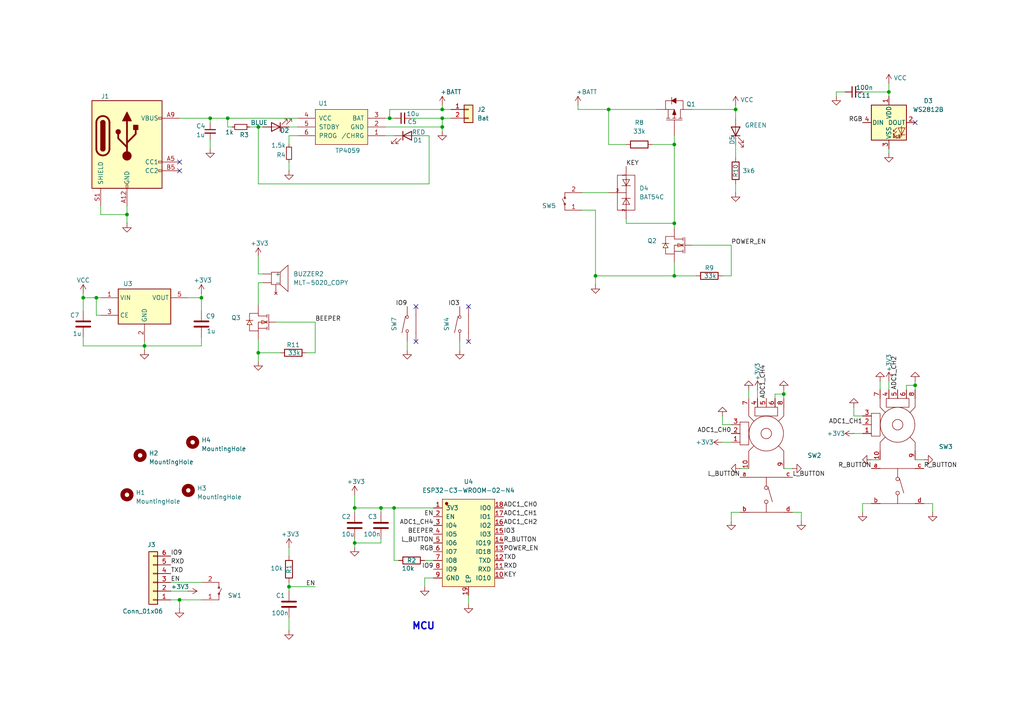
<source format=kicad_sch>
(kicad_sch (version 20231120) (generator "eeschema") (generator_version "8.0")
  (paper "A4")
  (lib_symbols
    (symbol "Connector:USB_C_Receptacle_PowerOnly_6P" (pin_names (offset 1.016))
      (property "Reference" "J" (at 0 16.51 0))
      (property "Value" "USB_C_Receptacle_PowerOnly_6P" (at 0 13.97 0))
      (symbol "USB_C_Receptacle_PowerOnly_6P_1_1"
        (pin passive line (at 0 -17.78 90) (length 5.08) (name "GND") (number "A12"))
        (pin bidirectional line (at 15.24 -5.08 180) (length 5.08) (name "CC1") (number "A5"))
        (pin passive line (at 15.24 7.62 180) (length 5.08) (name "VBUS") (number "A9"))
        (pin passive line (at 0 -17.78 90) (length 5.08) hide (name "GND") (number "B12"))
        (pin bidirectional line (at 15.24 -7.62 180) (length 5.08) (name "CC2") (number "B5"))
        (pin passive line (at 15.24 7.62 180) (length 5.08) hide (name "VBUS") (number "B9"))
        (pin passive line (at -7.62 -17.78 90) (length 5.08) (name "SHIELD") (number "S1"))
      )
    )
    (symbol "Connector_Generic:Conn_01x02" (pin_names (offset 1.016) hide)
      (property "Reference" "J" (at 0 2.54 0))
      (property "Value" "Conn_01x02" (at 0 -5.08 0))
      (symbol "Conn_01x02_1_1"
        (pin passive line (at -5.08 0 0) (length 3.81) (name "Pin_1") (number "1"))
        (pin passive line (at -5.08 -2.54 0) (length 3.81) (name "Pin_2") (number "2"))
      )
    )
    (symbol "Connector_Generic:Conn_01x06" (pin_names (offset 1.016) hide)
      (property "Reference" "J" (at 0 7.62 0))
      (property "Value" "Conn_01x06" (at 0 -10.16 0))
      (symbol "Conn_01x06_1_1"
        (pin passive line (at -5.08 5.08 0) (length 3.81) (name "Pin_1") (number "1"))
        (pin passive line (at -5.08 2.54 0) (length 3.81) (name "Pin_2") (number "2"))
        (pin passive line (at -5.08 0 0) (length 3.81) (name "Pin_3") (number "3"))
        (pin passive line (at -5.08 -2.54 0) (length 3.81) (name "Pin_4") (number "4"))
        (pin passive line (at -5.08 -5.08 0) (length 3.81) (name "Pin_5") (number "5"))
        (pin passive line (at -5.08 -7.62 0) (length 3.81) (name "Pin_6") (number "6"))
      )
    )
    (symbol "Device:C" (pin_numbers hide) (pin_names (offset 0.254))
      (property "Reference" "C" (at 0.635 2.54 0))
      (property "Value" "C" (at 0.635 -2.54 0))
      (symbol "C_1_1"
        (pin passive line (at 0 3.81 270) (length 2.794) (name "~") (number "1"))
        (pin passive line (at 0 -3.81 90) (length 2.794) (name "~") (number "2"))
      )
    )
    (symbol "Device:C_Small" (pin_numbers hide) (pin_names (offset 0.254) hide)
      (property "Reference" "C" (at 0.254 1.778 0))
      (property "Value" "C_Small" (at 0.254 -2.032 0))
      (symbol "C_Small_1_1"
        (pin passive line (at 0 2.54 270) (length 2.032) (name "~") (number "1"))
        (pin passive line (at 0 -2.54 90) (length 2.032) (name "~") (number "2"))
      )
    )
    (symbol "Device:LED" (pin_numbers hide) (pin_names (offset 1.016) hide)
      (property "Reference" "D" (at 0 2.54 0))
      (property "Value" "LED" (at 0 -2.54 0))
      (symbol "LED_1_1"
        (pin passive line (at -3.81 0 0) (length 2.54) (name "K") (number "1"))
        (pin passive line (at 3.81 0 180) (length 2.54) (name "A") (number "2"))
      )
    )
    (symbol "Device:R" (pin_numbers hide) (pin_names (offset 0))
      (property "Reference" "R" (at 2.032 0 90))
      (property "Value" "R" (at 0 0 90))
      (symbol "R_1_1"
        (pin passive line (at 0 3.81 270) (length 1.27) (name "~") (number "1"))
        (pin passive line (at 0 -3.81 90) (length 1.27) (name "~") (number "2"))
      )
    )
    (symbol "Device:R_Small" (pin_numbers hide) (pin_names (offset 0.254) hide)
      (property "Reference" "R" (at 0.762 0.508 0))
      (property "Value" "R_Small" (at 0.762 -1.016 0))
      (symbol "R_Small_1_1"
        (pin passive line (at 0 2.54 270) (length 0.762) (name "~") (number "1"))
        (pin passive line (at 0 -2.54 90) (length 0.762) (name "~") (number "2"))
      )
    )
    (symbol "LED:WS2812B" (pin_names (offset 0.254))
      (property "Reference" "D" (at 5.08 5.715 0))
      (property "Value" "WS2812B" (at 1.27 -5.715 0))
      (symbol "WS2812B_0_0"
        (text "RGB" (at 2.286 -4.191 0) (effects (font (size 0.762 0.762))))
      )
      (symbol "WS2812B_1_1"
        (pin power_in line (at 0 7.62 270) (length 2.54) (name "VDD") (number "1"))
        (pin output line (at 7.62 0 180) (length 2.54) (name "DOUT") (number "2"))
        (pin power_in line (at 0 -7.62 90) (length 2.54) (name "VSS") (number "3"))
        (pin input line (at -7.62 0 0) (length 2.54) (name "DIN") (number "4"))
      )
    )
    (symbol "MLT-5020_COPY_1" (pin_numbers hide) (pin_names (offset 1.016))
      (property "Reference" "BUZZER" (at 0 6.35 0))
      (property "Value" "MLT-5020_COPY" (at 0 11.43 0))
      (symbol "MLT-5020_COPY_1_1_1"
        (pin input line (at -3.81 1.27 0) (length 2.54) (name "+") (number "1"))
        (pin input line (at -3.81 -1.27 0) (length 2.54) (name "-") (number "2"))
        (pin no_connect line (at 0.0213 -4.3559 90) (length 2.54) (name "") (number "3"))
      )
    )
    (symbol "Mechanical:MountingHole" (pin_names (offset 1.016))
      (property "Reference" "H" (at 0 5.08 0))
      (property "Value" "MountingHole" (at 0 3.175 0))
    )
    (symbol "Regulator_Linear:XC6220B331MR"
      (property "Reference" "U" (at 0 8.89 0))
      (property "Value" "XC6220B331MR" (at 0 6.35 0))
      (symbol "XC6220B331MR_1_1"
        (pin power_in line (at -12.7 2.54 0) (length 5.08) (name "VIN") (number "1"))
        (pin power_in line (at 0 -10.16 90) (length 5.08) (name "GND") (number "2"))
        (pin input line (at -12.7 -2.54 0) (length 5.08) (name "CE") (number "3"))
        (pin no_connect line (at 7.62 -2.54 180) (length 5.08) hide (name "NC") (number "4"))
        (pin power_out line (at 12.7 2.54 180) (length 5.08) (name "VOUT") (number "5"))
      )
    )
    (symbol "bat_rf:AO3401" (pin_numbers hide) (pin_names (offset 1.016) hide)
      (property "Reference" "Q" (at 0 8.001 0))
      (property "Value" "AO3401" (at 0 13.081 0))
      (symbol "AO3401_1_1"
        (pin input line (at -5.08 0 0) (length 2.54) (name "G") (number "1"))
        (pin input line (at 2.54 -5.08 90) (length 2.54) (name "S") (number "2"))
        (pin input line (at 2.54 5.08 270) (length 2.54) (name "D") (number "3"))
      )
    )
    (symbol "bat_rf:AllPower__AP2300" (pin_numbers hide) (pin_names (offset 1.016) hide)
      (property "Reference" "Q" (at 0 7.874 0))
      (property "Value" "AllPower__AP2300" (at 0 12.954 0))
      (symbol "AllPower__AP2300_1_1"
        (pin input line (at -5.08 0 0) (length 2.032) (name "G") (number "1"))
        (pin input line (at 0 -5.08 90) (length 2.54) (name "S") (number "2"))
        (pin input line (at 0 5.08 270) (length 2.54) (name "D") (number "3"))
      )
    )
    (symbol "bat_rf:BAT54C" (pin_names (offset 1.016) hide)
      (property "Reference" "D" (at 0 5.08 0))
      (property "Value" "BAT54C" (at 0 10.16 0))
      (symbol "BAT54C_1_1"
        (pin input line (at -7.62 0 0) (length 5.08) (name "A") (number "1"))
        (pin input line (at 7.62 0 180) (length 5.08) (name "A") (number "2"))
        (pin input line (at 0 -5.08 90) (length 5.08) (name "C") (number "3"))
      )
    )
    (symbol "espController:ESP32-C3-WROOM-02-N4" (pin_names (offset 1.016))
      (property "Reference" "U" (at 0 16.5862 0))
      (property "Value" "ESP32-C3-WROOM-02-N4" (at 0 21.6662 0))
      (symbol "ESP32-C3-WROOM-02-N4_1_1"
        (pin input line (at -10.16 11.43 0) (length 2.54) (name "3V3") (number "1"))
        (pin input line (at 10.16 -8.89 180) (length 2.54) (name "IO10") (number "10"))
        (pin input line (at 10.16 -6.35 180) (length 2.54) (name "RXD") (number "11"))
        (pin input line (at 10.16 -3.81 180) (length 2.54) (name "TXD") (number "12"))
        (pin input line (at 10.16 -1.27 180) (length 2.54) (name "IO18") (number "13"))
        (pin input line (at 10.16 1.27 180) (length 2.54) (name "IO19") (number "14"))
        (pin input line (at 10.16 3.81 180) (length 2.54) (name "IO3") (number "15"))
        (pin input line (at 10.16 6.35 180) (length 2.54) (name "IO2") (number "16"))
        (pin input line (at 10.16 8.89 180) (length 2.54) (name "IO1") (number "17"))
        (pin input line (at 10.16 11.43 180) (length 2.54) (name "IO0") (number "18"))
        (pin input line (at 0 -13.97 90) (length 2.54) (name "EP") (number "19"))
        (pin input line (at -10.16 8.89 0) (length 2.54) (name "EN") (number "2"))
        (pin input line (at -10.16 6.35 0) (length 2.54) (name "IO4") (number "3"))
        (pin input line (at -10.16 3.81 0) (length 2.54) (name "IO5") (number "4"))
        (pin input line (at -10.16 1.27 0) (length 2.54) (name "IO6") (number "5"))
        (pin input line (at -10.16 -1.27 0) (length 2.54) (name "IO7") (number "6"))
        (pin input line (at -10.16 -3.81 0) (length 2.54) (name "IO8") (number "7"))
        (pin input line (at -10.16 -6.35 0) (length 2.54) (name "IO9") (number "8"))
        (pin input line (at -10.16 -8.89 0) (length 2.54) (name "GND") (number "9"))
      )
    )
    (symbol "espController:RKJXV1224005" (pin_names (offset 1.016) hide)
      (property "Reference" "SW" (at 0 19.558 0))
      (property "Value" "RKJXV1224005" (at 0 24.638 0))
      (symbol "RKJXV1224005_1_1"
        (pin input line (at -8.89 3.81 0) (length 2.54) (name "B") (number "1"))
        (pin input line (at -3.81 -3.81 90) (length 2.54) (name "GND") (number "10"))
        (pin input line (at -8.89 6.35 0) (length 2.54) (name "DTA") (number "2"))
        (pin input line (at -8.89 8.89 0) (length 2.54) (name "A") (number "3"))
        (pin input line (at -1.27 16.51 270) (length 2.54) (name "A") (number "4"))
        (pin input line (at 1.27 16.51 270) (length 2.54) (name "DTA") (number "5"))
        (pin input line (at 3.81 16.51 270) (length 2.54) (name "B") (number "6"))
        (pin input line (at -3.81 16.51 270) (length 2.54) (name "GND") (number "7"))
        (pin input line (at 6.35 16.51 270) (length 2.54) (name "GND") (number "8"))
        (pin input line (at 6.35 -3.81 90) (length 2.54) (name "GND") (number "9"))
        (pin input line (at -6.35 -6.35 0) (length 2.54) (name "a") (number "a"))
        (pin input line (at -6.35 -16.51 0) (length 2.54) (name "b") (number "b"))
        (pin input line (at 8.89 -6.35 180) (length 2.54) (name "c") (number "c"))
        (pin input line (at 8.89 -16.51 180) (length 2.54) (name "d") (number "d"))
      )
    )
    (symbol "espController:TC-1102N-C-AS-B" (pin_numbers hide) (pin_names (offset 1.016) hide)
      (property "Reference" "SW" (at 0 4.064 0))
      (property "Value" "TC-1102N-C-AS-B" (at 0 9.144 0))
      (symbol "TC-1102N-C-AS-B_1_1"
        (pin input line (at -5.08 0 0) (length 2.54) (name "1") (number "1"))
        (pin input line (at 5.08 0 180) (length 2.54) (name "2") (number "2"))
        (pin input line (at 5.08 -2.54 180) (length 2.54) (name "3") (number "3"))
        (pin input line (at -5.08 -2.54 0) (length 2.54) (name "4") (number "4"))
      )
    )
    (symbol "espController:TP4059" (pin_names (offset 1.016))
      (property "Reference" "U" (at 0 7.747 0))
      (property "Value" "TP4059" (at 0 12.827 0))
      (symbol "TP4059_1_1"
        (pin input line (at -12.7 2.54 0) (length 5.08) (name "/CHRG") (number "1"))
        (pin input line (at -12.7 0 0) (length 5.08) (name "GND") (number "2"))
        (pin input line (at -12.7 -2.54 0) (length 5.08) (name "BAT") (number "3"))
        (pin input line (at 12.7 -2.54 180) (length 5.08) (name "VCC") (number "4"))
        (pin input line (at 12.7 0 180) (length 5.08) (name "STDBY") (number "5"))
        (pin input line (at 12.7 2.54 180) (length 5.08) (name "PROG") (number "6"))
      )
    )
    (symbol "espController:TS-1199A-B-B" (pin_names (offset 1.016) hide)
      (property "Reference" "SW" (at 0 7.747 0))
      (property "Value" "TS-1199A-B-B" (at 0 12.827 0))
      (symbol "TS-1199A-B-B_1_1"
        (pin input line (at -5.08 2.54 0) (length 5.08) (name "1") (number "1"))
        (pin input line (at -5.08 -2.54 0) (length 5.08) (name "2") (number "2"))
      )
    )
    (symbol "power:+3V3" (power) (pin_numbers hide) (pin_names (offset 0) hide)
      (property "Value" "+3V3" (at 0 3.556 0))
      (symbol "+3V3_1_1"
        (pin power_in line (at 0 0 90) (length 0) (name "~") (number "1"))
      )
    )
    (symbol "power:+BATT" (power) (pin_names (offset 0))
      (property "Value" "+BATT" (at 0 3.556 0))
      (symbol "+BATT_1_1"
        (pin power_in line (at 0 0 90) (length 0) hide (name "+BATT") (number "1"))
      )
    )
    (symbol "power:GND" (power) (pin_numbers hide) (pin_names (offset 0) hide)
      (property "Value" "GND" (at 0 -3.81 0))
      (symbol "GND_1_1"
        (pin power_in line (at 0 0 270) (length 0) (name "~") (number "1"))
      )
    )
    (symbol "power:VCC" (power) (pin_numbers hide) (pin_names (offset 0) hide)
      (property "Value" "VCC" (at 0 3.556 0))
      (symbol "VCC_1_1"
        (pin power_in line (at 0 0 90) (length 0) (name "~") (number "1"))
      )
    )
  )
  (junction (at 128.27 34.29))
  (junction (at 265.43 111.76))
  (junction (at 60.96 34.29))
  (junction (at 41.91 100.33))
  (junction (at 114.3 147.32))
  (junction (at 195.58 64.77))
  (junction (at 195.58 41.91))
  (junction (at 24.13 86.36))
  (junction (at 227.33 114.3))
  (junction (at 52.07 173.99))
  (junction (at 102.87 147.32))
  (junction (at 102.87 157.48))
  (junction (at 110.49 147.32))
  (junction (at 113.03 34.29))
  (junction (at 27.94 86.36))
  (junction (at 83.82 170.18))
  (junction (at 74.93 36.83))
  (junction (at 257.81 26.67))
  (junction (at 66.04 34.29))
  (junction (at 172.72 80.01))
  (junction (at 195.58 80.01))
  (junction (at 213.36 31.75))
  (junction (at 58.42 86.36))
  (junction (at 128.27 36.83))
  (junction (at 36.83 62.23))
  (junction (at 176.53 31.75))
  (junction (at 74.9087 102.3241))
  (junction (at 128.27 31.75))
  (no_connect (at 52.07 46.99))
  (no_connect (at 265.43 35.56))
  (no_connect (at 52.07 49.53))
  (no_connect (at 120.65 88.9))
  (no_connect (at 135.89 99.06))
  (no_connect (at 120.65 99.06))
  (no_connect (at 135.89 88.9))
  (wire (pts (xy 212.09 148.59) (xy 212.09 151.13)))
  (wire (pts (xy 29.21 62.23) (xy 36.83 62.23)))
  (wire (pts (xy 255.27 133.35) (xy 252.73 133.35)))
  (wire (pts (xy 195.58 41.91) (xy 189.23 41.91)))
  (wire (pts (xy 257.81 26.67) (xy 250.19 26.67)))
  (wire (pts (xy 52.07 173.99) (xy 58.42 173.99)))
  (wire (pts (xy 27.94 91.44) (xy 27.94 86.36)))
  (wire (pts (xy 257.81 110.49) (xy 257.81 113.03)))
  (wire (pts (xy 257.81 43.18) (xy 257.81 44.45)))
  (wire (pts (xy 133.35 99.06) (xy 133.35 101.6)))
  (wire (pts (xy 36.83 62.23) (xy 36.83 64.77)))
  (wire (pts (xy 247.65 120.65) (xy 247.65 118.11)))
  (wire (pts (xy 209.55 123.19) (xy 212.09 123.19)))
  (wire (pts (xy 119.38 34.29) (xy 128.27 34.29)))
  (wire (pts (xy 49.53 168.91) (xy 58.42 168.91)))
  (wire (pts (xy 24.13 97.79) (xy 24.13 100.33)))
  (wire (pts (xy 52.07 34.29) (xy 60.96 34.29)))
  (wire (pts (xy 58.42 86.36) (xy 58.42 90.17)))
  (wire (pts (xy 113.03 31.75) (xy 113.03 34.29)))
  (wire (pts (xy 172.72 80.01) (xy 172.72 82.55)))
  (wire (pts (xy 250.19 146.05) (xy 252.73 146.05)))
  (wire (pts (xy 111.76 39.37) (xy 114.3 39.37)))
  (wire (pts (xy 242.57 26.67) (xy 245.11 26.67)))
  (wire (pts (xy 41.91 100.33) (xy 58.42 100.33)))
  (wire (pts (xy 83.82 170.18) (xy 83.82 171.45)))
  (wire (pts (xy 213.36 31.75) (xy 213.36 34.29)))
  (wire (pts (xy 130.81 31.75) (xy 128.27 31.75)))
  (wire (pts (xy 229.87 148.59) (xy 232.41 148.59)))
  (wire (pts (xy 176.53 31.75) (xy 167.64 31.75)))
  (wire (pts (xy 24.13 100.33) (xy 41.91 100.33)))
  (wire (pts (xy 172.72 60.96) (xy 168.91 60.96)))
  (wire (pts (xy 128.27 34.29) (xy 128.27 36.83)))
  (wire (pts (xy 213.36 31.75) (xy 213.36 30.48)))
  (wire (pts (xy 74.9087 102.3241) (xy 81.2587 102.3241)))
  (wire (pts (xy 58.42 97.79) (xy 58.42 100.33)))
  (wire (pts (xy 83.82 36.83) (xy 86.36 36.83)))
  (wire (pts (xy 195.58 39.37) (xy 195.58 41.91)))
  (wire (pts (xy 172.72 80.01) (xy 195.58 80.01)))
  (wire (pts (xy 58.42 85.09) (xy 58.42 86.36)))
  (wire (pts (xy 195.58 76.2) (xy 195.58 80.01)))
  (wire (pts (xy 176.53 41.91) (xy 176.53 31.75)))
  (wire (pts (xy 190.5 31.75) (xy 176.53 31.75)))
  (wire (pts (xy 54.61 86.36) (xy 58.42 86.36)))
  (wire (pts (xy 247.65 125.73) (xy 250.19 125.73)))
  (wire (pts (xy 76.1787 82.0041) (xy 74.9087 82.0041)))
  (wire (pts (xy 74.93 36.83) (xy 76.2 36.83)))
  (wire (pts (xy 72.39 36.83) (xy 74.93 36.83)))
  (wire (pts (xy 212.09 148.59) (xy 214.63 148.59)))
  (wire (pts (xy 270.51 146.05) (xy 270.51 148.59)))
  (wire (pts (xy 88.8787 102.3241) (xy 91.4187 102.3241)))
  (wire (pts (xy 27.94 91.44) (xy 29.21 91.44)))
  (wire (pts (xy 262.89 111.76) (xy 265.43 111.76)))
  (wire (pts (xy 242.57 26.67) (xy 242.57 27.94)))
  (wire (pts (xy 181.61 63.5) (xy 181.61 64.77)))
  (wire (pts (xy 24.13 85.09) (xy 24.13 86.36)))
  (wire (pts (xy 200.66 31.75) (xy 213.36 31.75)))
  (wire (pts (xy 257.81 24.13) (xy 257.81 26.67)))
  (wire (pts (xy 111.76 36.83) (xy 128.27 36.83)))
  (wire (pts (xy 110.49 157.48) (xy 102.87 157.48)))
  (wire (pts (xy 195.58 80.01) (xy 201.93 80.01)))
  (wire (pts (xy 83.82 158.75) (xy 83.82 161.29)))
  (wire (pts (xy 213.36 41.91) (xy 213.36 45.72)))
  (wire (pts (xy 27.94 86.36) (xy 29.21 86.36)))
  (wire (pts (xy 60.96 34.29) (xy 66.04 34.29)))
  (wire (pts (xy 102.87 156.21) (xy 102.87 157.48)))
  (wire (pts (xy 209.55 128.27) (xy 212.09 128.27)))
  (wire (pts (xy 212.09 80.01) (xy 212.09 71.12)))
  (wire (pts (xy 83.82 179.07) (xy 83.82 182.88)))
  (wire (pts (xy 227.33 114.3) (xy 227.33 113.03)))
  (wire (pts (xy 60.96 40.64) (xy 60.96 43.18)))
  (wire (pts (xy 83.82 46.99) (xy 83.82 49.53)))
  (wire (pts (xy 123.19 162.56) (xy 125.73 162.56)))
  (wire (pts (xy 227.33 135.89) (xy 229.87 135.89)))
  (wire (pts (xy 74.93 53.34) (xy 74.93 36.83)))
  (wire (pts (xy 167.64 30.48) (xy 167.64 31.75)))
  (wire (pts (xy 195.58 64.77) (xy 195.58 66.04)))
  (wire (pts (xy 224.79 114.3) (xy 227.33 114.3)))
  (wire (pts (xy 60.96 34.29) (xy 60.96 35.56)))
  (wire (pts (xy 74.9087 102.3241) (xy 74.9087 104.8641)))
  (wire (pts (xy 124.46 53.34) (xy 124.46 39.37)))
  (wire (pts (xy 83.82 168.91) (xy 83.82 170.18)))
  (wire (pts (xy 102.87 147.32) (xy 102.87 148.59)))
  (wire (pts (xy 128.27 31.75) (xy 113.03 31.75)))
  (wire (pts (xy 123.19 167.64) (xy 125.73 167.64)))
  (wire (pts (xy 54.61 171.45) (xy 49.53 171.45)))
  (wire (pts (xy 111.76 34.29) (xy 113.03 34.29)))
  (wire (pts (xy 265.43 133.35) (xy 267.97 133.35)))
  (wire (pts (xy 110.49 156.21) (xy 110.49 157.48)))
  (wire (pts (xy 66.04 36.83) (xy 66.04 34.29)))
  (wire (pts (xy 265.43 113.03) (xy 265.43 111.76)))
  (wire (pts (xy 118.11 99.06) (xy 118.11 101.6)))
  (wire (pts (xy 181.61 64.77) (xy 195.58 64.77)))
  (wire (pts (xy 168.91 55.88) (xy 176.53 55.88)))
  (wire (pts (xy 110.49 147.32) (xy 110.49 148.59)))
  (wire (pts (xy 24.13 86.36) (xy 24.13 90.17)))
  (wire (pts (xy 209.55 123.19) (xy 209.55 120.65)))
  (wire (pts (xy 128.27 34.29) (xy 130.81 34.29)))
  (wire (pts (xy 49.53 173.99) (xy 52.07 173.99)))
  (wire (pts (xy 102.87 157.48) (xy 102.87 158.75)))
  (wire (pts (xy 219.71 113.03) (xy 219.71 115.57)))
  (wire (pts (xy 83.82 39.37) (xy 83.82 41.91)))
  (wire (pts (xy 128.27 30.48) (xy 128.27 31.75)))
  (wire (pts (xy 227.33 115.57) (xy 227.33 114.3)))
  (wire (pts (xy 67.31 36.83) (xy 66.04 36.83)))
  (wire (pts (xy 262.89 113.03) (xy 262.89 111.76)))
  (wire (pts (xy 36.83 59.69) (xy 36.83 62.23)))
  (wire (pts (xy 181.61 41.91) (xy 176.53 41.91)))
  (wire (pts (xy 255.27 113.03) (xy 255.27 110.49)))
  (wire (pts (xy 41.91 99.06) (xy 41.91 100.33)))
  (wire (pts (xy 83.82 170.18) (xy 91.44 170.18)))
  (wire (pts (xy 113.03 34.29) (xy 114.3 34.29)))
  (wire (pts (xy 74.9087 98.5141) (xy 74.9087 102.3241)))
  (wire (pts (xy 29.21 59.69) (xy 29.21 62.23)))
  (wire (pts (xy 217.17 135.89) (xy 214.63 135.89)))
  (wire (pts (xy 52.07 173.99) (xy 52.07 176.53)))
  (wire (pts (xy 123.19 167.64) (xy 123.19 170.18)))
  (wire (pts (xy 76.1787 79.4641) (xy 74.9087 79.4641)))
  (wire (pts (xy 86.36 39.37) (xy 83.82 39.37)))
  (wire (pts (xy 232.41 148.59) (xy 232.41 151.13)))
  (wire (pts (xy 128.27 36.83) (xy 128.27 38.1)))
  (wire (pts (xy 91.4187 102.3241) (xy 91.4187 93.4341)))
  (wire (pts (xy 250.19 146.05) (xy 250.19 148.59)))
  (wire (pts (xy 172.72 60.96) (xy 172.72 80.01)))
  (wire (pts (xy 74.9087 74.3841) (xy 74.9087 79.4641)))
  (wire (pts (xy 213.36 53.34) (xy 213.36 55.88)))
  (wire (pts (xy 217.17 115.57) (xy 217.17 113.03)))
  (wire (pts (xy 79.9887 93.4341) (xy 91.4187 93.4341)))
  (wire (pts (xy 265.43 111.76) (xy 265.43 110.49)))
  (wire (pts (xy 267.97 146.05) (xy 270.51 146.05)))
  (wire (pts (xy 114.3 162.56) (xy 115.57 162.56)))
  (wire (pts (xy 114.3 147.32) (xy 114.3 162.56)))
  (wire (pts (xy 24.13 86.36) (xy 27.94 86.36)))
  (wire (pts (xy 124.46 39.37) (xy 121.92 39.37)))
  (wire (pts (xy 74.9087 82.0041) (xy 74.9087 88.3541)))
  (wire (pts (xy 66.04 34.29) (xy 86.36 34.29)))
  (wire (pts (xy 195.58 41.91) (xy 195.58 64.77)))
  (wire (pts (xy 135.89 172.72) (xy 135.89 175.26)))
  (wire (pts (xy 41.91 100.33) (xy 41.91 101.6)))
  (wire (pts (xy 110.49 147.32) (xy 114.3 147.32)))
  (wire (pts (xy 257.81 27.94) (xy 257.81 26.67)))
  (wire (pts (xy 209.55 80.01) (xy 212.09 80.01)))
  (wire (pts (xy 200.66 71.12) (xy 212.09 71.12)))
  (wire (pts (xy 114.3 147.32) (xy 125.73 147.32)))
  (wire (pts (xy 247.65 120.65) (xy 250.19 120.65)))
  (wire (pts (xy 102.87 143.51) (xy 102.87 147.32)))
  (wire (pts (xy 110.49 147.32) (xy 102.87 147.32)))
  (wire (pts (xy 224.79 115.57) (xy 224.79 114.3)))
  (wire (pts (xy 74.93 53.34) (xy 124.46 53.34)))
  (text "MCU" (at 119.38 182.88 0) (effects (font (size 2 2) (thickness 0.4) (bold yes)) (justify left bottom)))
  (label "IO9" (at 125.73 165.1 180))
  (label "L_BUTTON" (at 229.87 138.43 0))
  (label "RGB" (at 125.73 160.02 180))
  (label "POWER_EN" (at 212.09 71.12 0))
  (label "RXD" (at 146.05 165.1 0))
  (label "ADC1_CH2" (at 260.35 113.03 90))
  (label "L_BUTTON" (at 214.63 138.43 180))
  (label "ADC1_CH0" (at 146.05 147.32 0))
  (label "BEEPER" (at 91.4187 93.4341 0))
  (label "EN" (at 91.44 170.18 180))
  (label "ADC1_CH4" (at 125.73 152.4 180))
  (label "RXD" (at 49.53 163.83 0))
  (label "KEY" (at 146.05 167.64 0))
  (label "RGB" (at 250.19 35.56 180))
  (label "ADC1_CH1" (at 250.19 123.19 180))
  (label "L_BUTTON" (at 125.73 157.48 180))
  (label "IO9" (at 118.11 88.9 180))
  (label "IO3" (at 146.05 154.94 0))
  (label "BEEPER" (at 125.73 154.94 180))
  (label "POWER_EN" (at 146.05 160.02 0))
  (label "TXD" (at 146.05 162.56 0))
  (label "KEY" (at 181.61 48.26 0))
  (label "EN" (at 125.73 149.86 180))
  (label "R_BUTTON" (at 252.73 135.89 180))
  (label "TXD" (at 49.53 166.37 0))
  (label "R_BUTTON" (at 146.05 157.48 0))
  (label "ADC1_CH2" (at 146.05 152.4 0))
  (label "ADC1_CH4" (at 222.25 115.57 90))
  (label "EN" (at 49.53 168.91 0))
  (label "R_BUTTON" (at 267.97 135.89 0))
  (label "ADC1_CH1" (at 146.05 149.86 0))
  (label "ADC1_CH0" (at 212.09 125.73 180))
  (label "IO3" (at 133.35 88.9 180))
  (label "IO9" (at 49.53 161.29 0))
  (symbol (lib_id "Connector_Generic:Conn_01x02") (at 135.89 31.75 0) (unit 1)
    (property "Reference" "J2" (at 138.43 31.7499 0) (effects (justify left)))
    (property "Value" "Bat" (at 138.43 34.2899 0) (effects (justify left)))
    (property "Footprint" "espController:CONN-SMD_2P-P2.54-XH2.54-WT" (effects (hide yes)))
    (property "Description" "Generic connector, single row, 01x02, script generated (kicad-library-utils/schlib/autogen/connector/)" (effects (hide yes)))
  )
  (symbol (lib_id "power:GND") (at 118.11 101.6 0) (mirror y) (unit 1)
    (property "Reference" "#PWR018" (effects (hide yes)))
    (property "Value" "GND" (effects (hide yes)))
    (property "Description" "Power symbol creates a global label with name \"GND\" , ground" (effects (hide yes)))
  )
  (symbol (lib_id "power:GND") (at 74.9087 104.8641 0) (mirror y) (unit 1)
    (property "Reference" "#PWR017" (effects (hide yes)))
    (property "Value" "GND" (effects (hide yes)))
    (property "Description" "Power symbol creates a global label with name \"GND\" , ground" (effects (hide yes)))
  )
  (symbol (lib_id "Mechanical:MountingHole") (at 54.61 142.24 0) (unit 1)
    (property "Reference" "H3" (at 57.15 141.605 0) (effects (justify left)))
    (property "Value" "MountingHole" (at 57.15 144.145 0) (effects (justify left)))
    (property "Footprint" "MountingHole:MountingHole_2.2mm_M2_Pad" (effects (hide yes)))
  )
  (symbol (lib_id "Mechanical:MountingHole") (at 40.64 132.08 0) (unit 1)
    (property "Reference" "H2" (at 43.18 131.445 0) (effects (justify left)))
    (property "Value" "MountingHole" (at 43.18 133.985 0) (effects (justify left)))
    (property "Footprint" "MountingHole:MountingHole_2.2mm_M2_Pad" (effects (hide yes)))
  )
  (symbol (lib_id "power:+3V3") (at 54.61 171.45 270) (unit 1)
    (property "Reference" "#PWR05" (effects (hide yes)))
    (property "Value" "+3V3" (at 49.53 170.18 90) (effects (justify left)))
    (property "Description" "Power symbol creates a global label with name \"+3V3\"" (effects (hide yes)))
  )
  (symbol (lib_id "Device:R_Small") (at 69.85 36.83 90) (unit 1)
    (property "Reference" "R3" (at 70.866 39.116 90))
    (property "Value" "1k" (at 66.548 38.354 90))
    (property "Footprint" "Resistor_SMD:R_0603_1608Metric_Pad0.98x0.95mm_HandSolder" (effects (hide yes)))
    (property "Description" "Resistor, small symbol" (effects (hide yes)))
  )
  (symbol (lib_id "power:GND") (at 242.57 27.94 0) (unit 1)
    (property "Reference" "#PWR040" (effects (hide yes)))
    (property "Value" "GND" (effects (hide yes)))
    (property "Description" "Power symbol creates a global label with name \"GND\" , ground" (effects (hide yes)))
  )
  (symbol (lib_id "power:+3V3") (at 209.55 128.27 90) (unit 1)
    (property "Reference" "#PWR026" (effects (hide yes)))
    (property "Value" "+3V3" (at 207.01 128.27 90) (effects (justify left)))
    (property "Description" "Power symbol creates a global label with name \"+3V3\"" (effects (hide yes)))
  )
  (symbol (lib_id "power:GND") (at 229.87 135.89 90) (unit 1)
    (property "Reference" "#PWR036" (effects (hide yes)))
    (property "Value" "GND" (effects (hide yes)))
    (property "Description" "Power symbol creates a global label with name \"GND\" , ground" (effects (hide yes)))
  )
  (symbol (lib_id "power:+3V3") (at 102.87 143.51 0) (unit 1)
    (property "Reference" "#PWR01" (effects (hide yes)))
    (property "Value" "+3V3" (at 100.584 139.7 0) (effects (justify left)))
    (property "Description" "Power symbol creates a global label with name \"+3V3\"" (effects (hide yes)))
  )
  (symbol (lib_id "espController:ESP32-C3-WROOM-02-N4") (at 135.89 158.75 0) (unit 1)
    (property "Reference" "U4" (at 135.89 139.7 0))
    (property "Value" "ESP32-C3-WROOM-02-N4" (at 135.89 142.24 0))
    (property "Footprint" "espController:ESP32-C3-WROOM-02" (effects (hide yes)))
    (property "Description" "C9900000362" (effects (hide yes)))
    (property "uuid" "std:80e57613425b46c2881201d76cb7a63c" (effects (hide yes)))
  )
  (symbol (lib_id "power:GND") (at 212.09 151.13 0) (unit 1)
    (property "Reference" "#PWR031" (effects (hide yes)))
    (property "Value" "GND" (effects (hide yes)))
    (property "Description" "Power symbol creates a global label with name \"GND\" , ground" (effects (hide yes)))
  )
  (symbol (lib_id "espController:TS-1199A-B-B") (at 163.83 58.42 180) (unit 1)
    (property "Reference" "SW5" (at 161.29 59.6901 0) (effects (justify left)))
    (property "Value" "TS-1199A-B-B" (effects (hide yes)))
    (property "Footprint" "espController:SW-SMD_L6.0-W6.0-P6.00-LS6.6" (effects (hide yes)))
    (property "Datasheet" "http://www.szlcsc.com/product/details_724359.html" (effects (hide yes)))
    (property "Description" "C692476" (effects (hide yes)))
    (property "uuid" "std:a8f90e8ccef74c11ad070f97756e49fb" (effects (hide yes)))
  )
  (symbol (lib_id "power:+BATT") (at 167.64 30.48 0) (unit 1)
    (property "Reference" "#PWR048" (effects (hide yes)))
    (property "Value" "+BATT" (at 170.18 26.67 0))
  )
  (symbol (lib_id "Device:R") (at 205.74 80.01 90) (unit 1)
    (property "Reference" "R9" (at 205.74 77.724 90))
    (property "Value" "33k" (at 205.994 80.01 90))
    (property "Footprint" "Resistor_SMD:R_0603_1608Metric_Pad0.98x0.95mm_HandSolder" (effects (hide yes)))
    (property "Description" "Resistor" (effects (hide yes)))
  )
  (symbol (lib_id "Device:R") (at 119.38 162.56 270) (unit 1)
    (property "Reference" "R2" (at 119.38 162.56 90))
    (property "Value" "10k" (at 118.364 164.846 90))
    (property "Footprint" "Resistor_SMD:R_0603_1608Metric_Pad0.98x0.95mm_HandSolder" (effects (hide yes)))
  )
  (symbol (lib_id "power:GND") (at 83.82 49.53 0) (unit 1)
    (property "Reference" "#PWR011" (effects (hide yes)))
    (property "Value" "GND" (effects (hide yes)))
    (property "Description" "Power symbol creates a global label with name \"GND\" , ground" (effects (hide yes)))
  )
  (symbol (lib_id "power:GND") (at 250.19 148.59 0) (unit 1)
    (property "Reference" "#PWR020" (effects (hide yes)))
    (property "Value" "GND" (effects (hide yes)))
    (property "Description" "Power symbol creates a global label with name \"GND\" , ground" (effects (hide yes)))
  )
  (symbol (lib_id "espController:TP4059") (at 99.06 36.83 180) (unit 1)
    (property "Reference" "U1" (at 93.726 29.972 0))
    (property "Value" "TP4059" (at 100.838 43.688 0))
    (property "Footprint" "espController:SOT-23-6_L2.9-W1.6-P0.95-LS2.8-BR" (effects (hide yes)))
    (property "Datasheet" "http://www.szlcsc.com/product/details_81510.html" (effects (hide yes)))
    (property "Description" "C80364" (effects (hide yes)))
    (property "uuid" "std:c0a8683e471825146d81476b16429dcb" (effects (hide yes)))
  )
  (symbol (lib_id "Device:LED") (at 118.11 39.37 0) (unit 1)
    (property "Reference" "D1" (at 121.158 40.64 0))
    (property "Value" "RED" (at 121.412 38.354 0))
    (property "Footprint" "LED_SMD:LED_0603_1608Metric_Pad1.05x0.95mm_HandSolder" (effects (hide yes)))
    (property "Description" "Light emitting diode" (effects (hide yes)))
  )
  (symbol (lib_id "power:GND") (at 102.87 158.75 0) (unit 1)
    (property "Reference" "#PWR09" (effects (hide yes)))
    (property "Value" "GND" (effects (hide yes)))
    (property "Description" "Power symbol creates a global label with name \"GND\" , ground" (effects (hide yes)))
  )
  (symbol (lib_id "Device:C") (at 102.87 152.4 0) (unit 1)
    (property "Reference" "C2" (at 99.06 149.86 0) (effects (justify left)))
    (property "Value" "10u" (at 99.06 154.94 0) (effects (justify left)))
    (property "Footprint" "Capacitor_SMD:C_0805_2012Metric_Pad1.18x1.45mm_HandSolder" (effects (hide yes)))
  )
  (symbol (lib_id "espController:TC-1102N-C-AS-B") (at 133.35 93.98 90) (unit 1)
    (property "Reference" "SW4" (at 129.54 93.98 0))
    (property "Value" "TC-1102N-C-AS-B" (effects (hide yes)))
    (property "Footprint" "espController:SW-TH_TC-1102N-C-AS-B" (effects (hide yes)))
    (property "Datasheet" "http://www.szlcsc.com/product/details_393914.html" (effects (hide yes)))
    (property "Description" "C406151" (effects (hide yes)))
    (property "uuid" "std:62ddec029f9448109c55e50d5022673b" (effects (hide yes)))
  )
  (symbol (lib_id "Device:LED") (at 213.36 38.1 90) (unit 1)
    (property "Reference" "D5" (at 212.344 40.64 0))
    (property "Value" "GREEN" (at 219.202 36.322 90))
    (property "Footprint" "LED_SMD:LED_0603_1608Metric_Pad1.05x0.95mm_HandSolder" (effects (hide yes)))
    (property "Description" "Light emitting diode" (effects (hide yes)))
  )
  (symbol (lib_id "power:+3V3") (at 247.65 125.73 90) (unit 1)
    (property "Reference" "#PWR030" (effects (hide yes)))
    (property "Value" "+3V3" (at 245.11 125.73 90) (effects (justify left)))
    (property "Description" "Power symbol creates a global label with name \"+3V3\"" (effects (hide yes)))
  )
  (symbol (lib_id "power:GND") (at 60.96 43.18 0) (unit 1)
    (property "Reference" "#PWR012" (effects (hide yes)))
    (property "Value" "GND" (effects (hide yes)))
    (property "Description" "Power symbol creates a global label with name \"GND\" , ground" (effects (hide yes)))
  )
  (symbol (lib_id "Regulator_Linear:XC6220B331MR") (at 41.91 88.9 0) (unit 1)
    (property "Reference" "U3" (at 37.084 82.296 0))
    (property "Value" "XC6220B331MR" (effects (hide yes)))
    (property "Footprint" "Package_TO_SOT_SMD:SOT-23-5" (effects (hide yes)))
    (property "Datasheet" "https://www.torexsemi.com/file/xc6220/XC6220.pdf" (effects (hide yes)))
    (property "Description" "1A, Low Drop-out Voltage Regulator, Fixed Output 3.3V, SOT-23-5" (effects (hide yes)))
  )
  (symbol (lib_id "Device:C") (at 83.82 175.26 0) (unit 1)
    (property "Reference" "C1" (at 80.01 172.72 0) (effects (justify left)))
    (property "Value" "100n" (at 78.74 177.8 0) (effects (justify left)))
    (property "Footprint" "Capacitor_SMD:C_0603_1608Metric_Pad1.08x0.95mm_HandSolder" (effects (hide yes)))
  )
  (symbol (lib_id "Device:C_Small") (at 116.84 34.29 90) (unit 1)
    (property "Reference" "C5" (at 120.904 35.306 90) (effects (justify left)))
    (property "Value" "10u" (at 121.666 33.02 90) (effects (justify left)))
    (property "Footprint" "Capacitor_SMD:C_0805_2012Metric_Pad1.18x1.45mm_HandSolder" (effects (hide yes)))
    (property "Description" "Unpolarized capacitor, small symbol" (effects (hide yes)))
  )
  (symbol (lib_id "power:+3V3") (at 74.9087 74.3841 0) (unit 1)
    (property "Reference" "#PWR016" (effects (hide yes)))
    (property "Value" "+3V3" (at 72.6227 70.5741 0) (effects (justify left)))
    (property "Description" "Power symbol creates a global label with name \"+3V3\"" (effects (hide yes)))
  )
  (symbol (lib_id "Mechanical:MountingHole") (at 55.88 128.27 0) (unit 1)
    (property "Reference" "H4" (at 58.42 127.635 0) (effects (justify left)))
    (property "Value" "MountingHole" (at 58.42 130.175 0) (effects (justify left)))
    (property "Footprint" "MountingHole:MountingHole_2.2mm_M2_Pad" (effects (hide yes)))
  )
  (symbol (lib_id "bat_rf:AllPower__AP2300") (at 74.9087 93.4341 0) (mirror y) (unit 1)
    (property "Reference" "Q3" (at 69.8287 92.164 0) (effects (justify left)))
    (property "Value" "AllPower__AP2300" (effects (hide yes)))
    (property "Footprint" "Package_TO_SOT_SMD:SOT-23" (effects (hide yes)))
    (property "uuid" "std:bd0fde95392c40fbb9757f9bd0e373e7" (effects (hide yes)))
  )
  (symbol (lib_id "power:GND") (at 213.36 55.88 0) (mirror y) (unit 1)
    (property "Reference" "#PWR045" (effects (hide yes)))
    (property "Value" "GND" (effects (hide yes)))
    (property "Description" "Power symbol creates a global label with name \"GND\" , ground" (effects (hide yes)))
  )
  (symbol (lib_id "Device:LED") (at 80.01 36.83 180) (unit 1)
    (property "Reference" "D2" (at 82.55 37.846 0))
    (property "Value" "BLUE" (at 75.184 35.56 0))
    (property "Footprint" "LED_SMD:LED_0603_1608Metric_Pad1.05x0.95mm_HandSolder" (effects (hide yes)))
    (property "Description" "Light emitting diode" (effects (hide yes)))
  )
  (symbol (lib_id "power:GND") (at 227.33 113.03 180) (unit 1)
    (property "Reference" "#PWR035" (effects (hide yes)))
    (property "Value" "GND" (effects (hide yes)))
    (property "Description" "Power symbol creates a global label with name \"GND\" , ground" (effects (hide yes)))
  )
  (symbol (lib_id "Device:R") (at 85.0687 102.3241 90) (unit 1)
    (property "Reference" "R11" (at 85.0687 100.0381 90))
    (property "Value" "33k" (at 85.3227 102.3241 90))
    (property "Footprint" "Resistor_SMD:R_0603_1608Metric_Pad0.98x0.95mm_HandSolder" (effects (hide yes)))
    (property "Description" "Resistor" (effects (hide yes)))
  )
  (symbol (lib_id "power:GND") (at 83.82 182.88 0) (unit 1)
    (property "Reference" "#PWR04" (effects (hide yes)))
    (property "Value" "GND" (effects (hide yes)))
    (property "Description" "Power symbol creates a global label with name \"GND\" , ground" (effects (hide yes)))
  )
  (symbol (lib_id "power:GND") (at 133.35 101.6 0) (mirror y) (unit 1)
    (property "Reference" "#PWR019" (effects (hide yes)))
    (property "Value" "GND" (effects (hide yes)))
    (property "Description" "Power symbol creates a global label with name \"GND\" , ground" (effects (hide yes)))
  )
  (symbol (lib_id "espController:RKJXV1224005") (at 220.98 132.08 0) (unit 1)
    (property "Reference" "SW2" (at 236.22 132.1114 0))
    (property "Value" "RKJXV1224005" (effects (hide yes)))
    (property "Footprint" "espController:SW-TH_RKJXV1224005" (effects (hide yes)))
    (property "Datasheet" "http://www.szlcsc.com/product/details_157502.html" (effects (hide yes)))
    (property "Description" "C146170" (effects (hide yes)))
    (property "uuid" "std:95521bddf2bc42b6b3a97ee0acf25854" (effects (hide yes)))
  )
  (symbol (lib_id "Connector_Generic:Conn_01x06") (at 44.45 168.91 180) (unit 1)
    (property "Reference" "J3" (at 43.942 157.988 0))
    (property "Value" "Conn_01x06" (at 41.402 177.292 0))
    (property "Footprint" "kicadLib:CONN-SMD_6P-P1.00_XYECONN_XY-SH1.0-6A61" (effects (hide yes)))
    (property "Description" "Generic connector, single row, 01x06, script generated (kicad-library-utils/schlib/autogen/connector/)" (effects (hide yes)))
  )
  (symbol (lib_id "power:GND") (at 41.91 101.6 0) (unit 1)
    (property "Reference" "#PWR07" (effects (hide yes)))
    (property "Value" "GND" (effects (hide yes)))
    (property "Description" "Power symbol creates a global label with name \"GND\" , ground" (effects (hide yes)))
  )
  (symbol (lib_id "power:GND") (at 128.27 38.1 0) (unit 1)
    (property "Reference" "#PWR015" (effects (hide yes)))
    (property "Value" "GND" (effects (hide yes)))
    (property "Description" "Power symbol creates a global label with name \"GND\" , ground" (effects (hide yes)))
  )
  (symbol (lib_id "espController:RKJXV1224005") (at 259.08 129.54 0) (unit 1)
    (property "Reference" "SW3" (at 274.32 129.5714 0))
    (property "Value" "RKJXV1224005" (effects (hide yes)))
    (property "Footprint" "espController:SW-TH_RKJXV1224005" (effects (hide yes)))
    (property "Datasheet" "http://www.szlcsc.com/product/details_157502.html" (effects (hide yes)))
    (property "Description" "C146170" (effects (hide yes)))
    (property "uuid" "std:95521bddf2bc42b6b3a97ee0acf25854" (effects (hide yes)))
  )
  (symbol (lib_id "espController:TC-1102N-C-AS-B") (at 118.11 93.98 90) (unit 1)
    (property "Reference" "SW7" (at 114.3 93.98 0))
    (property "Value" "TC-1102N-C-AS-B" (effects (hide yes)))
    (property "Footprint" "espController:SW-TH_TC-1102N-C-AS-B" (effects (hide yes)))
    (property "Datasheet" "http://www.szlcsc.com/product/details_393914.html" (effects (hide yes)))
    (property "Description" "C406151" (effects (hide yes)))
    (property "uuid" "std:62ddec029f9448109c55e50d5022673b" (effects (hide yes)))
  )
  (symbol (lib_id "power:GND") (at 217.17 113.03 180) (unit 1)
    (property "Reference" "#PWR033" (effects (hide yes)))
    (property "Value" "GND" (effects (hide yes)))
    (property "Description" "Power symbol creates a global label with name \"GND\" , ground" (effects (hide yes)))
  )
  (symbol (lib_id "power:GND") (at 247.65 118.11 180) (unit 1)
    (property "Reference" "#PWR024" (effects (hide yes)))
    (property "Value" "GND" (effects (hide yes)))
    (property "Description" "Power symbol creates a global label with name \"GND\" , ground" (effects (hide yes)))
  )
  (symbol (lib_id "Device:R") (at 83.82 165.1 180) (unit 1)
    (property "Reference" "R1" (at 83.82 165.1 90))
    (property "Value" "10k" (at 80.264 164.846 0))
    (property "Footprint" "Resistor_SMD:R_0603_1608Metric_Pad0.98x0.95mm_HandSolder" (effects (hide yes)))
  )
  (symbol (lib_id "Mechanical:MountingHole") (at 36.83 143.51 0) (unit 1)
    (property "Reference" "H1" (at 39.37 142.875 0) (effects (justify left)))
    (property "Value" "MountingHole" (at 39.37 145.415 0) (effects (justify left)))
    (property "Footprint" "MountingHole:MountingHole_2.2mm_M2_Pad" (effects (hide yes)))
  )
  (symbol (lib_id "power:+3V3") (at 83.82 158.75 0) (unit 1)
    (property "Reference" "#PWR03" (effects (hide yes)))
    (property "Value" "+3V3" (at 81.534 154.94 0) (effects (justify left)))
    (property "Description" "Power symbol creates a global label with name \"+3V3\"" (effects (hide yes)))
  )
  (symbol (lib_id "power:GND") (at 270.51 148.59 0) (unit 1)
    (property "Reference" "#PWR021" (effects (hide yes)))
    (property "Value" "GND" (effects (hide yes)))
    (property "Description" "Power symbol creates a global label with name \"GND\" , ground" (effects (hide yes)))
  )
  (symbol (lib_id "bat_rf:AO3401") (at 195.58 34.29 270) (mirror x) (unit 1)
    (property "Reference" "Q1" (at 200.406 30.226 90))
    (property "Value" "AO3401" (effects (hide yes)))
    (property "Footprint" "Package_TO_SOT_SMD:SOT-23" (effects (hide yes)))
    (property "uuid" "std:1d021f4bc6c5468aaba0abf4dcc18d2e" (effects (hide yes)))
  )
  (symbol (lib_id "power:GND") (at 255.27 110.49 180) (unit 1)
    (property "Reference" "#PWR027" (effects (hide yes)))
    (property "Value" "GND" (effects (hide yes)))
    (property "Description" "Power symbol creates a global label with name \"GND\" , ground" (effects (hide yes)))
  )
  (symbol (lib_id "power:GND") (at 252.73 133.35 270) (unit 1)
    (property "Reference" "#PWR023" (effects (hide yes)))
    (property "Value" "GND" (effects (hide yes)))
    (property "Description" "Power symbol creates a global label with name \"GND\" , ground" (effects (hide yes)))
  )
  (symbol (lib_id "bat_rf:AllPower__AP2300") (at 195.58 71.12 0) (mirror y) (unit 1)
    (property "Reference" "Q2" (at 190.5 69.8499 0) (effects (justify left)))
    (property "Value" "AllPower__AP2300" (effects (hide yes)))
    (property "Footprint" "Package_TO_SOT_SMD:SOT-23" (effects (hide yes)))
    (property "uuid" "std:bd0fde95392c40fbb9757f9bd0e373e7" (effects (hide yes)))
  )
  (symbol (lib_id "bat_rf:BAT54C") (at 181.61 55.88 270) (unit 1)
    (property "Reference" "D4" (at 185.42 54.6099 90) (effects (justify left)))
    (property "Value" "BAT54C" (at 185.42 57.1499 90) (effects (justify left)))
    (property "Footprint" "Package_TO_SOT_SMD:SOT-23" (effects (hide yes)))
    (property "uuid" "std:8cdfb27cc5264b72ac1ca27212968e2c" (effects (hide yes)))
  )
  (symbol (lib_id "power:GND") (at 257.81 44.45 0) (unit 1)
    (property "Reference" "#PWR046" (effects (hide yes)))
    (property "Value" "GND" (effects (hide yes)))
    (property "Description" "Power symbol creates a global label with name \"GND\" , ground" (effects (hide yes)))
  )
  (symbol (lib_id "Device:R") (at 185.42 41.91 90) (unit 1)
    (property "Reference" "R8" (at 185.42 35.56 90))
    (property "Value" "33k" (at 185.42 38.1 90))
    (property "Footprint" "Resistor_SMD:R_0603_1608Metric_Pad0.98x0.95mm_HandSolder" (effects (hide yes)))
    (property "Description" "Resistor" (effects (hide yes)))
  )
  (symbol (lib_id "power:VCC") (at 213.36 30.48 0) (unit 1)
    (property "Reference" "#PWR047" (effects (hide yes)))
    (property "Value" "VCC" (at 216.662 28.956 0))
    (property "Description" "Power symbol creates a global label with name \"VCC\"" (effects (hide yes)))
  )
  (symbol (lib_id "Device:C") (at 110.49 152.4 0) (unit 1)
    (property "Reference" "C3" (at 106.68 149.86 0) (effects (justify left)))
    (property "Value" "100n" (at 105.41 154.94 0) (effects (justify left)))
    (property "Footprint" "Capacitor_SMD:C_0603_1608Metric_Pad1.08x0.95mm_HandSolder" (effects (hide yes)))
  )
  (symbol (lib_id "power:GND") (at 209.55 120.65 180) (unit 1)
    (property "Reference" "#PWR029" (effects (hide yes)))
    (property "Value" "GND" (effects (hide yes)))
    (property "Description" "Power symbol creates a global label with name \"GND\" , ground" (effects (hide yes)))
  )
  (symbol (lib_id "Device:C") (at 58.42 93.98 0) (mirror y) (unit 1)
    (property "Reference" "C9" (at 59.69 91.694 0) (effects (justify right)))
    (property "Value" "1u" (at 59.944 96.012 0) (effects (justify right)))
    (property "Footprint" "Capacitor_SMD:C_0603_1608Metric_Pad1.08x0.95mm_HandSolder" (effects (hide yes)))
    (property "Description" "Unpolarized capacitor" (effects (hide yes)))
  )
  (symbol (lib_id "Connector:USB_C_Receptacle_PowerOnly_6P") (at 36.83 41.91 0) (unit 1)
    (property "Reference" "J1" (at 30.48 27.94 0))
    (property "Value" "USB_C_Receptacle_PowerOnly_6P" (effects (hide yes)))
    (property "Footprint" "bat_rf:USB-C-SMD_HX-TYPE-C-6PIN" (effects (hide yes)))
    (property "Datasheet" "https://www.usb.org/sites/default/files/documents/usb_type-c.zip" (effects (hide yes)))
  )
  (symbol (lib_id "power:+3V3") (at 219.71 113.03 0) (unit 1)
    (property "Reference" "#PWR025" (effects (hide yes)))
    (property "Value" "+3V3" (at 219.71 110.49 90) (effects (justify left)))
    (property "Description" "Power symbol creates a global label with name \"+3V3\"" (effects (hide yes)))
  )
  (symbol (lib_id "power:+3V3") (at 257.81 110.49 0) (unit 1)
    (property "Reference" "#PWR034" (effects (hide yes)))
    (property "Value" "+3V3" (at 257.81 107.95 90) (effects (justify left)))
    (property "Description" "Power symbol creates a global label with name \"+3V3\"" (effects (hide yes)))
  )
  (symbol (lib_id "Device:C_Small") (at 60.96 38.1 0) (unit 1)
    (property "Reference" "C4" (at 56.896 36.576 0) (effects (justify left)))
    (property "Value" "1u" (at 56.896 39.116 0) (effects (justify left)))
    (property "Footprint" "Capacitor_SMD:C_0603_1608Metric_Pad1.08x0.95mm_HandSolder" (effects (hide yes)))
    (property "Description" "Unpolarized capacitor, small symbol" (effects (hide yes)))
  )
  (symbol (lib_id "Device:C_Small") (at 247.65 26.67 90) (unit 1)
    (property "Reference" "C11" (at 252.476 27.686 90) (effects (justify left)))
    (property "Value" "100n" (at 253.238 25.4 90) (effects (justify left)))
    (property "Footprint" "Capacitor_SMD:C_0603_1608Metric_Pad1.08x0.95mm_HandSolder" (effects (hide yes)))
    (property "Description" "Unpolarized capacitor, small symbol" (effects (hide yes)))
  )
  (symbol (lib_id "power:VCC") (at 24.13 85.09 0) (unit 1)
    (property "Reference" "#PWR014" (effects (hide yes)))
    (property "Value" "VCC" (at 24.13 81.28 0))
    (property "Description" "Power symbol creates a global label with name \"VCC\"" (effects (hide yes)))
  )
  (symbol (lib_id "power:GND") (at 267.97 133.35 90) (unit 1)
    (property "Reference" "#PWR022" (effects (hide yes)))
    (property "Value" "GND" (effects (hide yes)))
    (property "Description" "Power symbol creates a global label with name \"GND\" , ground" (effects (hide yes)))
  )
  (symbol (lib_id "Device:R_Small") (at 83.82 44.45 180) (unit 1)
    (property "Reference" "R4" (at 81.534 44.958 0))
    (property "Value" "1.5k" (at 80.772 42.164 0))
    (property "Footprint" "Resistor_SMD:R_0603_1608Metric_Pad0.98x0.95mm_HandSolder" (effects (hide yes)))
    (property "Description" "Resistor, small symbol" (effects (hide yes)))
  )
  (symbol (lib_id "power:VCC") (at 257.81 24.13 0) (unit 1)
    (property "Reference" "#PWR043" (effects (hide yes)))
    (property "Value" "VCC" (at 261.112 22.606 0))
    (property "Description" "Power symbol creates a global label with name \"VCC\"" (effects (hide yes)))
  )
  (symbol (lib_id "power:GND") (at 123.19 170.18 0) (unit 1)
    (property "Reference" "#PWR06" (effects (hide yes)))
    (property "Value" "GND" (effects (hide yes)))
    (property "Description" "Power symbol creates a global label with name \"GND\" , ground" (effects (hide yes)))
  )
  (symbol (lib_id "Device:C") (at 24.13 93.98 0) (mirror y) (unit 1)
    (property "Reference" "C7" (at 20.32 91.44 0) (effects (justify right)))
    (property "Value" "1u" (at 21.082 96.774 0) (effects (justify right)))
    (property "Footprint" "Capacitor_SMD:C_0603_1608Metric_Pad1.08x0.95mm_HandSolder" (effects (hide yes)))
    (property "Description" "Unpolarized capacitor" (effects (hide yes)))
  )
  (symbol (lib_id "power:GND") (at 265.43 110.49 180) (unit 1)
    (property "Reference" "#PWR028" (effects (hide yes)))
    (property "Value" "GND" (effects (hide yes)))
    (property "Description" "Power symbol creates a global label with name \"GND\" , ground" (effects (hide yes)))
  )
  (symbol (lib_id "power:GND") (at 52.07 176.53 0) (unit 1)
    (property "Reference" "#PWR02" (effects (hide yes)))
    (property "Value" "GND" (effects (hide yes)))
    (property "Description" "Power symbol creates a global label with name \"GND\" , ground" (effects (hide yes)))
  )
  (symbol (lib_id "LED:WS2812B") (at 257.81 35.56 0) (unit 1)
    (property "Reference" "D3" (at 269.24 29.2414 0))
    (property "Value" "WS2812B" (at 269.24 31.7814 0))
    (property "Footprint" "LED_SMD:LED_WS2812B_PLCC4_5.0x5.0mm_P3.2mm" (effects (hide yes)))
    (property "Datasheet" "https://cdn-shop.adafruit.com/datasheets/WS2812B.pdf" (effects (hide yes)))
    (property "Description" "RGB LED with integrated controller" (effects (hide yes)))
  )
  (symbol (lib_id "Device:R") (at 213.36 49.53 0) (unit 1)
    (property "Reference" "R10" (at 213.36 49.53 90))
    (property "Value" "3k6" (at 217.17 49.53 0))
    (property "Footprint" "Resistor_SMD:R_0603_1608Metric_Pad0.98x0.95mm_HandSolder" (effects (hide yes)))
  )
  (symbol (lib_id "power:GND") (at 232.41 151.13 0) (unit 1)
    (property "Reference" "#PWR037" (effects (hide yes)))
    (property "Value" "GND" (effects (hide yes)))
    (property "Description" "Power symbol creates a global label with name \"GND\" , ground" (effects (hide yes)))
  )
  (symbol (lib_id "espController:TS-1199A-B-B") (at 63.5 171.45 0) (mirror x) (unit 1)
    (property "Reference" "SW1" (at 66.04 172.7201 0) (effects (justify left)))
    (property "Value" "TS-1199A-B-B" (effects (hide yes)))
    (property "Footprint" "espController:SW-SMD_L6.0-W6.0-P6.00-LS6.6" (effects (hide yes)))
    (property "Datasheet" "http://www.szlcsc.com/product/details_724359.html" (effects (hide yes)))
    (property "Description" "C692476" (effects (hide yes)))
    (property "uuid" "std:a8f90e8ccef74c11ad070f97756e49fb" (effects (hide yes)))
  )
  (symbol (lib_id "power:+3V3") (at 58.42 85.09 0) (unit 1)
    (property "Reference" "#PWR042" (effects (hide yes)))
    (property "Value" "+3V3" (at 56.134 81.28 0) (effects (justify left)))
    (property "Description" "Power symbol creates a global label with name \"+3V3\"" (effects (hide yes)))
  )
  (symbol (lib_id "power:GND") (at 214.63 135.89 270) (unit 1)
    (property "Reference" "#PWR032" (effects (hide yes)))
    (property "Value" "GND" (effects (hide yes)))
    (property "Description" "Power symbol creates a global label with name \"GND\" , ground" (effects (hide yes)))
  )
  (symbol (lib_id "power:GND") (at 172.72 82.55 0) (mirror y) (unit 1)
    (property "Reference" "#PWR013" (effects (hide yes)))
    (property "Value" "GND" (effects (hide yes)))
    (property "Description" "Power symbol creates a global label with name \"GND\" , ground" (effects (hide yes)))
  )
  (symbol (lib_id "power:GND") (at 135.89 175.26 0) (unit 1)
    (property "Reference" "#PWR08" (effects (hide yes)))
    (property "Value" "GND" (effects (hide yes)))
    (property "Description" "Power symbol creates a global label with name \"GND\" , ground" (effects (hide yes)))
  )
  (symbol (lib_id "power:GND") (at 36.83 64.77 0) (unit 1)
    (property "Reference" "#PWR010" (effects (hide yes)))
    (property "Value" "GND" (effects (hide yes)))
    (property "Description" "Power symbol creates a global label with name \"GND\" , ground" (effects (hide yes)))
  )
  (symbol (lib_id "power:+BATT") (at 128.27 30.48 0) (unit 1)
    (property "Reference" "#PWR041" (effects (hide yes)))
    (property "Value" "+BATT" (at 130.81 26.67 0))
  )
  (symbol (lib_name "MLT-5020_COPY_1") (lib_id "espController:MLT-5020_COPY") (at 79.9887 80.7341 0) (unit 1)
    (property "Reference" "BUZZER2" (at 85.0687 79.464 0) (effects (justify left)))
    (property "Value" "MLT-5020_COPY" (at 85.0687 82.004 0) (effects (justify left)))
    (property "Footprint" "espController:BUZ-SMD_L5.0-W5.5-P4.60" (effects (hide yes)))
    (property "uuid" "std:2d399d91384d4544aff267a0aa5adc8a" (effects (hide yes)))
  )
)
</source>
